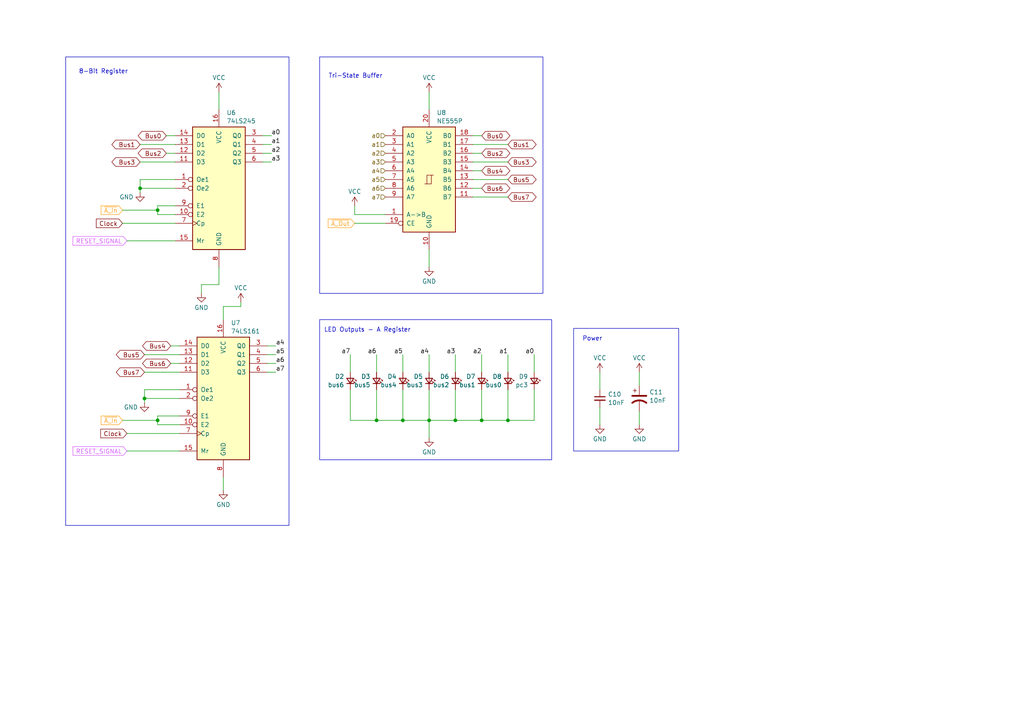
<source format=kicad_sch>
(kicad_sch (version 20230121) (generator eeschema)
  (paper "A4")
  (title_block (title "A Register") (date "2024-01-18") (rev "1.0"))
  (lib_symbols
    (symbol "74xx:74LS173" (pin_names (offset 1.016))
      (property "Reference" "U" (at -7.62 19.05 0))
      (property "Value" "74LS173" (at -7.62 -19.05 0))
      (symbol "74LS173_1_0"
        (pin input inverted (at -12.7 2.54 0) (length 5.08) (name "Oe1") (number "1"))
        (pin input inverted (at -12.7 -7.62 0) (length 5.08) (name "E2") (number "10"))
        (pin input line (at -12.7 7.62 0) (length 5.08) (name "D3") (number "11"))
        (pin input line (at -12.7 10.16 0) (length 5.08) (name "D2") (number "12"))
        (pin input line (at -12.7 12.7 0) (length 5.08) (name "D1") (number "13"))
        (pin input line (at -12.7 15.24 0) (length 5.08) (name "D0") (number "14"))
        (pin input line (at -12.7 -15.24 0) (length 5.08) (name "Mr") (number "15"))
        (pin power_in line (at 0 22.86 270) (length 5.08) (name "VCC") (number "16"))
        (pin input inverted (at -12.7 0 0) (length 5.08) (name "Oe2") (number "2"))
        (pin tri_state line (at 12.7 15.24 180) (length 5.08) (name "Q0") (number "3"))
        (pin tri_state line (at 12.7 12.7 180) (length 5.08) (name "Q1") (number "4"))
        (pin tri_state line (at 12.7 10.16 180) (length 5.08) (name "Q2") (number "5"))
        (pin tri_state line (at 12.7 7.62 180) (length 5.08) (name "Q3") (number "6"))
        (pin input clock (at -12.7 -10.16 0) (length 5.08) (name "Cp") (number "7"))
        (pin power_in line (at 0 -22.86 90) (length 5.08) (name "GND") (number "8"))
        (pin input inverted (at -12.7 -5.08 0) (length 5.08) (name "E1") (number "9"))
      )
      (symbol "74LS173_1_1"
        (rectangle (start -7.62 17.78) (end 7.62 -17.78) (stroke (width 0.254)) (fill (type background)))
      )
    )
    (symbol "74xx:74LS245" (pin_names (offset 1.016))
      (property "Reference" "U8" (at 2.1941 19.3843 0))
      (property "Value" "74LS245" (at 2.1941 16.9601 0))
      (symbol "74LS245_1_0"
        (polyline (pts (xy -0.635 -1.27) (xy -0.635 1.27) (xy 0.635 1.27)))
        (polyline (pts (xy -1.27 -1.27) (xy 0.635 -1.27) (xy 0.635 1.27) (xy 1.27 1.27)))
        (pin input line (at -12.7 -10.16 0) (length 5.08) (name "A->B") (number "1"))
        (pin power_in line (at 0 -20.32 90) (length 5.08) (name "GND") (number "10"))
        (pin tri_state line (at 12.7 -5.08 180) (length 5.08) (name "B7") (number "11"))
        (pin tri_state line (at 12.7 -2.54 180) (length 5.08) (name "B6") (number "12"))
        (pin tri_state line (at 12.7 0 180) (length 5.08) (name "B5") (number "13"))
        (pin tri_state line (at 12.7 2.54 180) (length 5.08) (name "B4") (number "14"))
        (pin tri_state line (at 12.7 5.08 180) (length 5.08) (name "B3") (number "15"))
        (pin tri_state line (at 12.7 7.62 180) (length 5.08) (name "B2") (number "16"))
        (pin tri_state line (at 12.7 10.16 180) (length 5.08) (name "B1") (number "17"))
        (pin tri_state line (at 12.7 12.7 180) (length 5.08) (name "B0") (number "18"))
        (pin input inverted (at -12.7 -12.7 0) (length 5.08) (name "CE") (number "19"))
        (pin input line (at -12.7 12.7 0) (length 5.08) (name "A0") (number "2"))
        (pin power_in line (at 0 20.32 270) (length 5.08) (name "VCC") (number "20"))
        (pin input line (at -12.7 10.16 0) (length 5.08) (name "A1") (number "3"))
        (pin input line (at -12.7 7.62 0) (length 5.08) (name "A2") (number "4"))
        (pin input line (at -12.7 5.08 0) (length 5.08) (name "A3") (number "5"))
        (pin input line (at -12.7 2.54 0) (length 5.08) (name "A4") (number "6"))
        (pin input line (at -12.7 0 0) (length 5.08) (name "A5") (number "7"))
        (pin input line (at -12.7 -2.54 0) (length 5.08) (name "A6") (number "8"))
        (pin input line (at -12.7 -5.08 0) (length 5.08) (name "A7") (number "9"))
      )
      (symbol "74LS245_1_1"
        (rectangle (start -7.62 15.24) (end 7.62 -15.24) (stroke (width 0.254)) (fill (type background)))
      )
    )
    (symbol "Device:C_Polarized_US" (pin_numbers hide) (pin_names (offset 0.254) hide)
      (property "Reference" "C" (at 0.635 2.54 0))
      (property "Value" "C_Polarized_US" (at 0.635 -2.54 0))
      (symbol "C_Polarized_US_0_1"
        (polyline (pts (xy -2.032 0.762) (xy 2.032 0.762)) (stroke (width 0.508)))
        (polyline (pts (xy -1.778 2.286) (xy -0.762 2.286)))
        (polyline (pts (xy -1.27 1.778) (xy -1.27 2.794)))
        (arc (start 2.032 -1.27) (mid 0 -0.5572) (end -2.032 -1.27) (stroke (width 0.508)))
      )
      (symbol "C_Polarized_US_1_1"
        (pin passive line (at 0 3.81 270) (length 2.794) (name "~") (number "1"))
        (pin passive line (at 0 -3.81 90) (length 3.302) (name "~") (number "2"))
      )
    )
    (symbol "Device:C_Small" (pin_numbers hide) (pin_names (offset 0.254) hide)
      (property "Reference" "C" (at 0.254 1.778 0))
      (property "Value" "C_Small" (at 0.254 -2.032 0))
      (symbol "C_Small_0_1"
        (polyline (pts (xy -1.524 -0.508) (xy 1.524 -0.508)) (stroke (width 0.3302)))
        (polyline (pts (xy -1.524 0.508) (xy 1.524 0.508)) (stroke (width 0.3048)))
      )
      (symbol "C_Small_1_1"
        (pin passive line (at 0 2.54 270) (length 2.032) (name "~") (number "1"))
        (pin passive line (at 0 -2.54 90) (length 2.032) (name "~") (number "2"))
      )
    )
    (symbol "Device:LED_Small" (pin_numbers hide) (pin_names (offset 0.254) hide)
      (property "Reference" "D" (at -1.27 3.175 0))
      (property "Value" "LED_Small" (at -4.445 -2.54 0))
      (symbol "LED_Small_0_1"
        (polyline (pts (xy -0.762 -1.016) (xy -0.762 1.016)) (stroke (width 0.254)))
        (polyline (pts (xy 1.016 0) (xy -0.762 0)))
        (polyline (pts (xy 0.762 -1.016) (xy -0.762 0) (xy 0.762 1.016) (xy 0.762 -1.016)) (stroke (width 0.254)))
        (polyline (pts (xy 0 0.762) (xy -0.508 1.27) (xy -0.254 1.27) (xy -0.508 1.27) (xy -0.508 1.016)))
        (polyline (pts (xy 0.508 1.27) (xy 0 1.778) (xy 0.254 1.778) (xy 0 1.778) (xy 0 1.524)))
      )
      (symbol "LED_Small_1_1"
        (pin passive line (at -2.54 0 0) (length 1.778) (name "K") (number "1"))
        (pin passive line (at 2.54 0 180) (length 1.778) (name "A") (number "2"))
      )
    )
    (symbol "power:GND" (power) (pin_names (offset 0))
      (property "Value" "GND" (at 0 -3.81 0))
      (symbol "GND_0_1"
        (polyline (pts (xy 0 0) (xy 0 -1.27) (xy 1.27 -1.27) (xy 0 -2.54) (xy -1.27 -1.27) (xy 0 -1.27)))
      )
      (symbol "GND_1_1"
        (pin power_in line (at 0 0 270) (length 0) hide (name "GND") (number "1"))
      )
    )
    (symbol "power:VCC" (power) (pin_names (offset 0))
      (property "Value" "VCC" (at 0 3.81 0))
      (symbol "VCC_0_1"
        (polyline (pts (xy -0.762 1.27) (xy 0 2.54)))
        (polyline (pts (xy 0 0) (xy 0 2.54)))
        (polyline (pts (xy 0 2.54) (xy 0.762 1.27)))
      )
      (symbol "VCC_1_1"
        (pin power_in line (at 0 0 90) (length 0) hide (name "VCC") (number "1"))
      )
    )
  )
  (junction (at 109.22 121.92))
  (junction (at 45.72 60.96))
  (junction (at 139.7 121.92))
  (junction (at 132.08 121.92))
  (junction (at 116.84 121.92))
  (junction (at 124.46 121.92))
  (junction (at 40.64 54.61))
  (junction (at 45.72 121.92))
  (junction (at 41.91 115.57))
  (junction (at 147.32 121.92))
  (wire (pts (xy 139.7 102.87) (xy 139.7 107.95)))
  (wire (pts (xy 116.84 102.87) (xy 116.84 107.95)))
  (wire (pts (xy 137.16 57.15) (xy 147.32 57.15)))
  (wire (pts (xy 78.74 44.45) (xy 76.2 44.45)))
  (wire (pts (xy 173.99 118.11) (xy 173.99 123.19)))
  (wire (pts (xy 116.84 113.03) (xy 116.84 121.92)))
  (wire (pts (xy 52.07 107.95) (xy 41.91 107.95)))
  (wire (pts (xy 124.46 102.87) (xy 124.46 107.95)))
  (wire (pts (xy 124.46 121.92) (xy 116.84 121.92)))
  (wire (pts (xy 154.94 102.87) (xy 154.94 107.95)))
  (wire (pts (xy 78.74 41.91) (xy 76.2 41.91)))
  (wire (pts (xy 69.85 87.63) (xy 69.85 88.9)))
  (wire (pts (xy 36.83 130.81) (xy 52.07 130.81)))
  (wire (pts (xy 50.8 52.07) (xy 40.64 52.07)))
  (wire (pts (xy 45.72 120.65) (xy 52.07 120.65)))
  (wire (pts (xy 52.07 105.41) (xy 49.53 105.41)))
  (wire (pts (xy 124.46 26.67) (xy 124.46 31.75)))
  (wire (pts (xy 147.32 121.92) (xy 139.7 121.92)))
  (wire (pts (xy 147.32 113.03) (xy 147.32 121.92)))
  (wire (pts (xy 137.16 46.99) (xy 147.32 46.99)))
  (wire (pts (xy 52.07 100.33) (xy 49.53 100.33)))
  (wire (pts (xy 52.07 113.03) (xy 41.91 113.03)))
  (wire (pts (xy 154.94 113.03) (xy 154.94 121.92)))
  (wire (pts (xy 58.42 82.55) (xy 58.42 85.09)))
  (wire (pts (xy 173.99 107.95) (xy 173.99 113.03)))
  (wire (pts (xy 102.87 62.23) (xy 102.87 59.69)))
  (wire (pts (xy 45.72 123.19) (xy 52.07 123.19)))
  (wire (pts (xy 137.16 49.53) (xy 139.7 49.53)))
  (wire (pts (xy 132.08 121.92) (xy 124.46 121.92)))
  (wire (pts (xy 52.07 102.87) (xy 41.91 102.87)))
  (wire (pts (xy 40.64 54.61) (xy 40.64 55.88)))
  (wire (pts (xy 101.6 102.87) (xy 101.6 107.95)))
  (wire (pts (xy 45.72 60.96) (xy 45.72 62.23)))
  (wire (pts (xy 116.84 121.92) (xy 109.22 121.92)))
  (wire (pts (xy 50.8 41.91) (xy 40.64 41.91)))
  (wire (pts (xy 80.01 102.87) (xy 77.47 102.87)))
  (wire (pts (xy 80.01 100.33) (xy 77.47 100.33)))
  (wire (pts (xy 35.56 121.92) (xy 45.72 121.92)))
  (wire (pts (xy 109.22 113.03) (xy 109.22 121.92)))
  (wire (pts (xy 139.7 113.03) (xy 139.7 121.92)))
  (wire (pts (xy 124.46 121.92) (xy 124.46 127)))
  (wire (pts (xy 139.7 121.92) (xy 132.08 121.92)))
  (wire (pts (xy 63.5 82.55) (xy 63.5 77.47)))
  (wire (pts (xy 147.32 102.87) (xy 147.32 107.95)))
  (wire (pts (xy 50.8 39.37) (xy 48.26 39.37)))
  (wire (pts (xy 35.56 60.96) (xy 45.72 60.96)))
  (wire (pts (xy 185.42 119.38) (xy 185.42 123.19)))
  (wire (pts (xy 101.6 113.03) (xy 101.6 121.92)))
  (wire (pts (xy 52.07 125.73) (xy 36.83 125.73)))
  (wire (pts (xy 41.91 113.03) (xy 41.91 115.57)))
  (wire (pts (xy 132.08 102.87) (xy 132.08 107.95)))
  (wire (pts (xy 102.87 64.77) (xy 111.76 64.77)))
  (wire (pts (xy 132.08 113.03) (xy 132.08 121.92)))
  (wire (pts (xy 137.16 41.91) (xy 147.32 41.91)))
  (wire (pts (xy 40.64 54.61) (xy 50.8 54.61)))
  (wire (pts (xy 64.77 138.43) (xy 64.77 142.24)))
  (wire (pts (xy 185.42 107.95) (xy 185.42 111.76)))
  (wire (pts (xy 50.8 44.45) (xy 48.26 44.45)))
  (wire (pts (xy 50.8 64.77) (xy 35.56 64.77)))
  (wire (pts (xy 109.22 121.92) (xy 101.6 121.92)))
  (wire (pts (xy 45.72 120.65) (xy 45.72 121.92)))
  (wire (pts (xy 45.72 62.23) (xy 50.8 62.23)))
  (wire (pts (xy 69.85 88.9) (xy 64.77 88.9)))
  (wire (pts (xy 80.01 105.41) (xy 77.47 105.41)))
  (wire (pts (xy 137.16 54.61) (xy 139.7 54.61)))
  (wire (pts (xy 58.42 82.55) (xy 63.5 82.55)))
  (wire (pts (xy 109.22 102.87) (xy 109.22 107.95)))
  (wire (pts (xy 36.83 69.85) (xy 50.8 69.85)))
  (wire (pts (xy 137.16 52.07) (xy 147.32 52.07)))
  (wire (pts (xy 50.8 59.69) (xy 45.72 59.69)))
  (wire (pts (xy 41.91 115.57) (xy 52.07 115.57)))
  (wire (pts (xy 45.72 59.69) (xy 45.72 60.96)))
  (wire (pts (xy 40.64 52.07) (xy 40.64 54.61)))
  (wire (pts (xy 124.46 72.39) (xy 124.46 77.47)))
  (wire (pts (xy 64.77 88.9) (xy 64.77 92.71)))
  (wire (pts (xy 80.01 107.95) (xy 77.47 107.95)))
  (wire (pts (xy 137.16 39.37) (xy 139.7 39.37)))
  (wire (pts (xy 50.8 46.99) (xy 40.64 46.99)))
  (wire (pts (xy 41.91 115.57) (xy 41.91 116.84)))
  (wire (pts (xy 124.46 113.03) (xy 124.46 121.92)))
  (wire (pts (xy 154.94 121.92) (xy 147.32 121.92)))
  (wire (pts (xy 63.5 26.67) (xy 63.5 31.75)))
  (wire (pts (xy 45.72 121.92) (xy 45.72 123.19)))
  (wire (pts (xy 78.74 46.99) (xy 76.2 46.99)))
  (wire (pts (xy 102.87 62.23) (xy 111.76 62.23)))
  (wire (pts (xy 137.16 44.45) (xy 139.7 44.45)))
  (wire (pts (xy 78.74 39.37) (xy 76.2 39.37)))
  (rectangle (start 19.05 16.51) (end 83.82 152.4))
  (rectangle (start 166.37 95.25) (end 196.85 130.81))
  (rectangle (start 92.71 16.51) (end 157.48 85.09))
  (rectangle (start 92.71 92.71) (end 160.02 133.35))
  (text "LED Outputs - A Register" (at 93.98 96.52 0) (effects (font (size 1.27 1.27)) (justify left bottom)))
  (text "Tri-State Buffer" (at 95.25 22.86 0) (effects (font (size 1.27 1.27)) (justify left bottom)))
  (text "8-Bit Register" (at 22.86 21.59 0) (effects (font (size 1.27 1.27)) (justify left bottom)))
  (text "Power" (at 168.91 99.06 0) (effects (font (size 1.27 1.27)) (justify left bottom)))
  (label "a4" (at 80.01 100.33 0))
  (label "a1" (at 78.74 41.91 0))
  (label "a7" (at 101.6 102.87 180))
  (label "a2" (at 78.74 44.45 0))
  (label "a3" (at 132.08 102.87 180))
  (label "a0" (at 78.74 39.37 0))
  (label "a3" (at 78.74 46.99 0))
  (label "a4" (at 124.46 102.87 180))
  (label "a5" (at 80.01 102.87 0))
  (label "a6" (at 109.22 102.87 180))
  (label "a1" (at 147.32 102.87 180))
  (label "a6" (at 80.01 105.41 0))
  (label "a7" (at 80.01 107.95 0))
  (label "a0" (at 154.94 102.87 180))
  (label "a2" (at 139.7 102.87 180))
  (label "a5" (at 116.84 102.87 180))
  (global_label "Clock" (shape input) (at 35.56 64.77 180) (property "Intersheetrefs" "${INTERSHEET_REFS}" (effects hide)))
  (global_label "Bus4" (shape tri_state) (at 49.53 100.33 180) (property "Intersheetrefs" "${INTERSHEET_REFS}" (effects hide)))
  (global_label "Bus5" (shape tri_state) (at 147.32 52.07 0) (property "Intersheetrefs" "${INTERSHEET_REFS}" (effects hide)))
  (global_label "Bus1" (shape tri_state) (at 40.64 41.91 180) (property "Intersheetrefs" "${INTERSHEET_REFS}" (effects hide)))
  (global_label "Clock" (shape input) (at 36.83 125.73 180) (property "Intersheetrefs" "${INTERSHEET_REFS}" (effects hide)))
  (global_label "Bus3" (shape tri_state) (at 40.64 46.99 180) (property "Intersheetrefs" "${INTERSHEET_REFS}" (effects hide)))
  (global_label "Bus6" (shape tri_state) (at 139.7 54.61 0) (property "Intersheetrefs" "${INTERSHEET_REFS}" (effects hide)))
  (global_label "Bus7" (shape tri_state) (at 41.91 107.95 180) (property "Intersheetrefs" "${INTERSHEET_REFS}" (effects hide)))
  (global_label "Bus6" (shape tri_state) (at 49.53 105.41 180) (property "Intersheetrefs" "${INTERSHEET_REFS}" (effects hide)))
  (global_label "Bus3" (shape tri_state) (at 147.32 46.99 0) (property "Intersheetrefs" "${INTERSHEET_REFS}" (effects hide)))
  (global_label "~{A_In}" (shape input) (at 35.56 121.92 180) (property "Intersheetrefs" "${INTERSHEET_REFS}" (effects hide)))
  (global_label "Bus2" (shape tri_state) (at 139.7 44.45 0) (property "Intersheetrefs" "${INTERSHEET_REFS}" (effects hide)))
  (global_label "Bus0" (shape tri_state) (at 139.7 39.37 0) (property "Intersheetrefs" "${INTERSHEET_REFS}" (effects hide)))
  (global_label "Bus2" (shape tri_state) (at 48.26 44.45 180) (property "Intersheetrefs" "${INTERSHEET_REFS}" (effects hide)))
  (global_label "Bus1" (shape tri_state) (at 147.32 41.91 0) (property "Intersheetrefs" "${INTERSHEET_REFS}" (effects hide)))
  (global_label "~{A_Out}" (shape input) (at 102.87 64.77 180) (property "Intersheetrefs" "${INTERSHEET_REFS}" (effects hide)))
  (global_label "Bus4" (shape tri_state) (at 139.7 49.53 0) (property "Intersheetrefs" "${INTERSHEET_REFS}" (effects hide)))
  (global_label "Bus7" (shape tri_state) (at 147.32 57.15 0) (property "Intersheetrefs" "${INTERSHEET_REFS}" (effects hide)))
  (global_label "RESET_SIGNAL" (shape input) (at 36.83 69.85 180) (property "Intersheetrefs" "${INTERSHEET_REFS}" (effects hide)))
  (global_label "~{A_In}" (shape input) (at 35.56 60.96 180) (property "Intersheetrefs" "${INTERSHEET_REFS}" (effects hide)))
  (global_label "Bus0" (shape tri_state) (at 48.26 39.37 180) (property "Intersheetrefs" "${INTERSHEET_REFS}" (effects hide)))
  (global_label "Bus5" (shape tri_state) (at 41.91 102.87 180) (property "Intersheetrefs" "${INTERSHEET_REFS}" (effects hide)))
  (global_label "RESET_SIGNAL" (shape input) (at 36.83 130.81 180) (property "Intersheetrefs" "${INTERSHEET_REFS}" (effects hide)))
  (hierarchical_label "a1" (shape input) (at 111.76 41.91 180))
  (hierarchical_label "a7" (shape input) (at 111.76 57.15 180))
  (hierarchical_label "a2" (shape input) (at 111.76 44.45 180))
  (hierarchical_label "a5" (shape input) (at 111.76 52.07 180))
  (hierarchical_label "a6" (shape input) (at 111.76 54.61 180))
  (hierarchical_label "a4" (shape input) (at 111.76 49.53 180))
  (hierarchical_label "a0" (shape input) (at 111.76 39.37 180))
  (hierarchical_label "a3" (shape input) (at 111.76 46.99 180))
  (symbol (lib_id "Device:LED_Small") (at 154.94 110.49 270) (mirror x) (unit 1)
    (property "Reference" "D9" (at 153.162 109.2144 90) (effects (justify right)))
    (property "Value" "pc3" (at 153.162 111.6386 90) (effects (justify right)))
    (property "Footprint" "LED_THT:LED_D5.0mm" (effects hide))
  )
  (symbol (lib_id "power:GND") (at 185.42 123.19 0) (unit 1)
    (property "Reference" "#PWR047" (effects hide))
    (property "Value" "GND" (at 185.42 127.3231 0))
  )
  (symbol (lib_id "74xx:74LS173") (at 63.5 54.61 0) (unit 1)
    (property "Reference" "U6" (at 65.6941 32.6857 0) (effects (justify left)))
    (property "Value" "74LS245" (at 65.6941 35.1099 0) (effects (justify left)))
    (property "Footprint" "Package_DIP:DIP-20_W7.62mm" (effects hide))
    (property "Datasheet" "http://www.ti.com/lit/gpn/sn74LS173" (effects hide))
  )
  (symbol (lib_id "power:GND") (at 58.42 85.09 0) (unit 1)
    (property "Reference" "#PWR036" (effects hide))
    (property "Value" "GND" (at 58.42 89.2231 0))
  )
  (symbol (lib_id "74xx:74LS173") (at 64.77 115.57 0) (unit 1)
    (property "Reference" "U7" (at 66.9641 93.6457 0) (effects (justify left)))
    (property "Value" "74LS161" (at 66.9641 96.0699 0) (effects (justify left)))
    (property "Footprint" "Package_DIP:DIP-16_W7.62mm" (effects hide))
    (property "Datasheet" "http://www.ti.com/lit/gpn/sn74LS173" (effects hide))
  )
  (symbol (lib_id "power:VCC") (at 69.85 87.63 0) (unit 1)
    (property "Reference" "#PWR039" (effects hide))
    (property "Value" "VCC" (at 69.85 83.4969 0))
  )
  (symbol (lib_id "power:VCC") (at 185.42 107.95 0) (unit 1)
    (property "Reference" "#PWR046" (effects hide))
    (property "Value" "VCC" (at 185.42 103.8169 0))
  )
  (symbol (lib_id "Device:LED_Small") (at 147.32 110.49 270) (mirror x) (unit 1)
    (property "Reference" "D8" (at 145.542 109.2144 90) (effects (justify right)))
    (property "Value" "bus0" (at 145.542 111.6386 90) (effects (justify right)))
    (property "Footprint" "LED_THT:LED_D5.0mm" (effects hide))
  )
  (symbol (lib_id "Device:LED_Small") (at 109.22 110.49 270) (mirror x) (unit 1)
    (property "Reference" "D3" (at 107.442 109.2144 90) (effects (justify right)))
    (property "Value" "bus5" (at 107.442 111.6386 90) (effects (justify right)))
    (property "Footprint" "LED_THT:LED_D5.0mm" (effects hide))
  )
  (symbol (lib_id "power:VCC") (at 124.46 26.67 0) (unit 1)
    (property "Reference" "#PWR041" (effects hide))
    (property "Value" "VCC" (at 124.46 22.5369 0))
  )
  (symbol (lib_id "Device:LED_Small") (at 124.46 110.49 270) (mirror x) (unit 1)
    (property "Reference" "D5" (at 122.682 109.2144 90) (effects (justify right)))
    (property "Value" "bus3" (at 122.682 111.6386 90) (effects (justify right)))
    (property "Footprint" "LED_THT:LED_D5.0mm" (effects hide))
  )
  (symbol (lib_id "Device:C_Small") (at 173.99 115.57 0) (unit 1)
    (property "Reference" "C10" (at 176.3141 114.3642 0) (effects (justify left)))
    (property "Value" "10nF" (at 176.3141 116.7884 0) (effects (justify left)))
    (property "Footprint" "Capacitor_THT:C_Disc_D3.4mm_W2.1mm_P2.50mm" (effects hide))
  )
  (symbol (lib_id "power:VCC") (at 173.99 107.95 0) (unit 1)
    (property "Reference" "#PWR044" (effects hide))
    (property "Value" "VCC" (at 173.99 103.8169 0))
  )
  (symbol (lib_id "power:VCC") (at 102.87 59.69 0) (unit 1)
    (property "Reference" "#PWR040" (effects hide))
    (property "Value" "VCC" (at 102.87 55.5569 0))
  )
  (symbol (lib_id "power:VCC") (at 63.5 26.67 0) (unit 1)
    (property "Reference" "#PWR037" (effects hide))
    (property "Value" "VCC" (at 63.5 22.5369 0))
  )
  (symbol (lib_id "power:GND") (at 124.46 77.47 0) (unit 1)
    (property "Reference" "#PWR042" (effects hide))
    (property "Value" "GND" (at 124.46 81.6031 0))
  )
  (symbol (lib_id "Device:LED_Small") (at 132.08 110.49 270) (mirror x) (unit 1)
    (property "Reference" "D6" (at 130.302 109.2144 90) (effects (justify right)))
    (property "Value" "bus2" (at 130.302 111.6386 90) (effects (justify right)))
    (property "Footprint" "LED_THT:LED_D5.0mm" (effects hide))
  )
  (symbol (lib_id "Device:LED_Small") (at 116.84 110.49 270) (mirror x) (unit 1)
    (property "Reference" "D4" (at 115.062 109.2144 90) (effects (justify right)))
    (property "Value" "bus4" (at 115.062 111.6386 90) (effects (justify right)))
    (property "Footprint" "LED_THT:LED_D5.0mm" (effects hide))
  )
  (symbol (lib_id "Device:LED_Small") (at 101.6 110.49 270) (mirror x) (unit 1)
    (property "Reference" "D2" (at 99.822 109.2144 90) (effects (justify right)))
    (property "Value" "bus6" (at 99.822 111.6386 90) (effects (justify right)))
    (property "Footprint" "LED_THT:LED_D5.0mm" (effects hide))
  )
  (symbol (lib_id "power:GND") (at 64.77 142.24 0) (unit 1)
    (property "Reference" "#PWR038" (effects hide))
    (property "Value" "GND" (at 64.77 146.3731 0))
  )
  (symbol (lib_id "Device:LED_Small") (at 139.7 110.49 270) (mirror x) (unit 1)
    (property "Reference" "D7" (at 137.922 109.2144 90) (effects (justify right)))
    (property "Value" "bus1" (at 137.922 111.6386 90) (effects (justify right)))
    (property "Footprint" "LED_THT:LED_D5.0mm" (effects hide))
  )
  (symbol (lib_id "Device:C_Polarized_US") (at 185.42 115.57 0) (unit 1)
    (property "Reference" "C11" (at 188.341 113.7229 0) (effects (justify left)))
    (property "Value" "10nF" (at 188.341 116.1471 0) (effects (justify left)))
    (property "Footprint" "Capacitor_THT:C_Disc_D3.4mm_W2.1mm_P2.50mm" (effects hide))
  )
  (symbol (lib_id "power:GND") (at 41.91 116.84 0) (unit 1)
    (property "Reference" "#PWR035" (effects hide))
    (property "Value" "GND" (at 40.0051 118.11 0) (effects (justify right)))
  )
  (symbol (lib_id "74xx:74LS245") (at 124.46 52.07 0) (unit 1)
    (property "Reference" "U8" (at 126.6541 32.6857 0) (effects (justify left)))
    (property "Value" "NE555P" (at 126.6541 35.1099 0) (effects (justify left)))
    (property "Footprint" "Package_DIP:DIP-14_W7.62mm" (effects hide))
    (property "Datasheet" "http://www.ti.com/lit/gpn/sn74LS245" (effects hide))
  )
  (symbol (lib_id "power:GND") (at 173.99 123.19 0) (unit 1)
    (property "Reference" "#PWR045" (effects hide))
    (property "Value" "GND" (at 173.99 127.3231 0))
  )
  (symbol (lib_id "power:GND") (at 124.46 127 0) (unit 1)
    (property "Reference" "#PWR043" (effects hide))
    (property "Value" "GND" (at 124.46 131.1331 0))
  )
  (symbol (lib_id "power:GND") (at 40.64 55.88 0) (unit 1)
    (property "Reference" "#PWR034" (effects hide))
    (property "Value" "GND" (at 38.7351 57.15 0) (effects (justify right)))
  )
)
</source>
